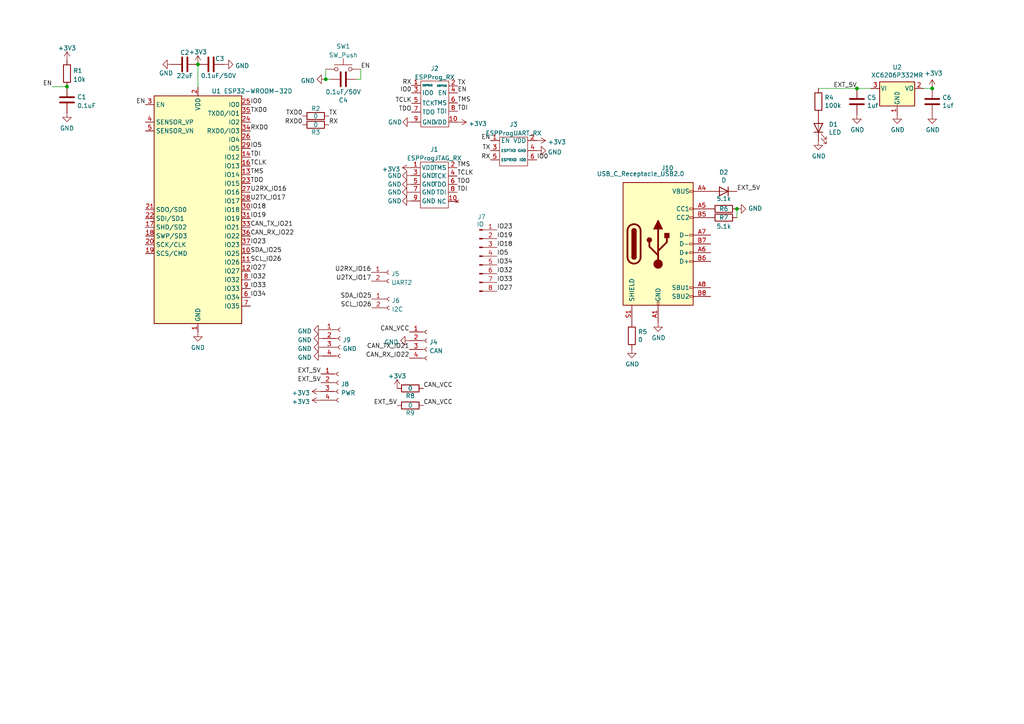
<source format=kicad_sch>
(kicad_sch (version 20211123) (generator eeschema)
  (paper "A4")
  (lib_symbols
    (symbol "Connector:Conn_01x02_Female" (pin_names (offset 1.016) hide)
      (property "Reference" "J" (at 0 2.54 0))
      (property "Value" "Conn_01x02_Female" (at 0 -5.08 0))
      (symbol "Conn_01x02_Female_1_1"
        (arc (start 0 -2.032) (mid -0.508 -2.54) (end 0 -3.048) (stroke (width 0.1524)))
        (polyline (pts (xy -1.27 -2.54) (xy -0.508 -2.54)) (stroke (width 0.1524)))
        (polyline (pts (xy -1.27 0) (xy -0.508 0)) (stroke (width 0.1524)))
        (arc (start 0 0.508) (mid -0.508 0) (end 0 -0.508) (stroke (width 0.1524)))
        (pin passive line (at -5.08 0 0) (length 3.81) (name "Pin_1") (number "1"))
        (pin passive line (at -5.08 -2.54 0) (length 3.81) (name "Pin_2") (number "2"))
      )
    )
    (symbol "Connector:Conn_01x04_Female" (pin_names (offset 1.016) hide)
      (property "Reference" "J" (at 0 5.08 0))
      (property "Value" "Conn_01x04_Female" (at 0 -7.62 0))
      (symbol "Conn_01x04_Female_1_1"
        (arc (start 0 -4.572) (mid -0.508 -5.08) (end 0 -5.588) (stroke (width 0.1524)))
        (arc (start 0 -2.032) (mid -0.508 -2.54) (end 0 -3.048) (stroke (width 0.1524)))
        (polyline (pts (xy -1.27 -5.08) (xy -0.508 -5.08)) (stroke (width 0.1524)))
        (polyline (pts (xy -1.27 -2.54) (xy -0.508 -2.54)) (stroke (width 0.1524)))
        (polyline (pts (xy -1.27 0) (xy -0.508 0)) (stroke (width 0.1524)))
        (polyline (pts (xy -1.27 2.54) (xy -0.508 2.54)) (stroke (width 0.1524)))
        (arc (start 0 0.508) (mid -0.508 0) (end 0 -0.508) (stroke (width 0.1524)))
        (arc (start 0 3.048) (mid -0.508 2.54) (end 0 2.032) (stroke (width 0.1524)))
        (pin passive line (at -5.08 2.54 0) (length 3.81) (name "Pin_1") (number "1"))
        (pin passive line (at -5.08 0 0) (length 3.81) (name "Pin_2") (number "2"))
        (pin passive line (at -5.08 -2.54 0) (length 3.81) (name "Pin_3") (number "3"))
        (pin passive line (at -5.08 -5.08 0) (length 3.81) (name "Pin_4") (number "4"))
      )
    )
    (symbol "Connector:Conn_01x08_Male" (pin_names (offset 1.016) hide)
      (property "Reference" "J" (at 0 10.16 0))
      (property "Value" "Conn_01x08_Male" (at 0 -12.7 0))
      (symbol "Conn_01x08_Male_1_1"
        (polyline (pts (xy 1.27 -10.16) (xy 0.8636 -10.16)) (stroke (width 0.1524)))
        (polyline (pts (xy 1.27 -7.62) (xy 0.8636 -7.62)) (stroke (width 0.1524)))
        (polyline (pts (xy 1.27 -5.08) (xy 0.8636 -5.08)) (stroke (width 0.1524)))
        (polyline (pts (xy 1.27 -2.54) (xy 0.8636 -2.54)) (stroke (width 0.1524)))
        (polyline (pts (xy 1.27 0) (xy 0.8636 0)) (stroke (width 0.1524)))
        (polyline (pts (xy 1.27 2.54) (xy 0.8636 2.54)) (stroke (width 0.1524)))
        (polyline (pts (xy 1.27 5.08) (xy 0.8636 5.08)) (stroke (width 0.1524)))
        (polyline (pts (xy 1.27 7.62) (xy 0.8636 7.62)) (stroke (width 0.1524)))
        (rectangle (start 0.8636 -10.033) (end 0 -10.287) (stroke (width 0.1524)) (fill (type outline)))
        (rectangle (start 0.8636 -7.493) (end 0 -7.747) (stroke (width 0.1524)) (fill (type outline)))
        (rectangle (start 0.8636 -4.953) (end 0 -5.207) (stroke (width 0.1524)) (fill (type outline)))
        (rectangle (start 0.8636 -2.413) (end 0 -2.667) (stroke (width 0.1524)) (fill (type outline)))
        (rectangle (start 0.8636 0.127) (end 0 -0.127) (stroke (width 0.1524)) (fill (type outline)))
        (rectangle (start 0.8636 2.667) (end 0 2.413) (stroke (width 0.1524)) (fill (type outline)))
        (rectangle (start 0.8636 5.207) (end 0 4.953) (stroke (width 0.1524)) (fill (type outline)))
        (rectangle (start 0.8636 7.747) (end 0 7.493) (stroke (width 0.1524)) (fill (type outline)))
        (pin passive line (at 5.08 7.62 180) (length 3.81) (name "Pin_1") (number "1"))
        (pin passive line (at 5.08 5.08 180) (length 3.81) (name "Pin_2") (number "2"))
        (pin passive line (at 5.08 2.54 180) (length 3.81) (name "Pin_3") (number "3"))
        (pin passive line (at 5.08 0 180) (length 3.81) (name "Pin_4") (number "4"))
        (pin passive line (at 5.08 -2.54 180) (length 3.81) (name "Pin_5") (number "5"))
        (pin passive line (at 5.08 -5.08 180) (length 3.81) (name "Pin_6") (number "6"))
        (pin passive line (at 5.08 -7.62 180) (length 3.81) (name "Pin_7") (number "7"))
        (pin passive line (at 5.08 -10.16 180) (length 3.81) (name "Pin_8") (number "8"))
      )
    )
    (symbol "Connector:USB_C_Receptacle_USB2.0" (pin_names (offset 1.016))
      (property "Reference" "J" (at -10.16 19.05 0))
      (property "Value" "USB_C_Receptacle_USB2.0" (at 19.05 19.05 0))
      (symbol "USB_C_Receptacle_USB2.0_0_0"
        (rectangle (start -0.254 -17.78) (end 0.254 -16.764))
        (rectangle (start 10.16 -14.986) (end 9.144 -15.494))
        (rectangle (start 10.16 -12.446) (end 9.144 -12.954))
        (rectangle (start 10.16 -4.826) (end 9.144 -5.334))
        (rectangle (start 10.16 -2.286) (end 9.144 -2.794))
        (rectangle (start 10.16 0.254) (end 9.144 -0.254))
        (rectangle (start 10.16 2.794) (end 9.144 2.286))
        (rectangle (start 10.16 7.874) (end 9.144 7.366))
        (rectangle (start 10.16 10.414) (end 9.144 9.906))
        (rectangle (start 10.16 15.494) (end 9.144 14.986))
      )
      (symbol "USB_C_Receptacle_USB2.0_0_1"
        (rectangle (start -10.16 17.78) (end 10.16 -17.78) (stroke (width 0.254)) (fill (type background)))
        (arc (start -8.89 -3.81) (mid -6.985 -5.715) (end -5.08 -3.81) (stroke (width 0.508)))
        (arc (start -7.62 -3.81) (mid -6.985 -4.445) (end -6.35 -3.81) (stroke (width 0.254)))
        (arc (start -7.62 -3.81) (mid -6.985 -4.445) (end -6.35 -3.81) (stroke (width 0.254)) (fill (type outline)))
        (rectangle (start -7.62 -3.81) (end -6.35 3.81) (stroke (width 0.254)) (fill (type outline)))
        (arc (start -6.35 3.81) (mid -6.985 4.445) (end -7.62 3.81) (stroke (width 0.254)))
        (arc (start -6.35 3.81) (mid -6.985 4.445) (end -7.62 3.81) (stroke (width 0.254)) (fill (type outline)))
        (arc (start -5.08 3.81) (mid -6.985 5.715) (end -8.89 3.81) (stroke (width 0.508)))
        (circle (center -2.54 1.143) (radius 0.635) (stroke (width 0.254)) (fill (type outline)))
        (circle (center 0 -5.842) (radius 1.27) (fill (type outline)))
        (polyline (pts (xy -8.89 -3.81) (xy -8.89 3.81)) (stroke (width 0.508)))
        (polyline (pts (xy -5.08 3.81) (xy -5.08 -3.81)) (stroke (width 0.508)))
        (polyline (pts (xy 0 -5.842) (xy 0 4.318)) (stroke (width 0.508)))
        (polyline (pts (xy 0 -3.302) (xy -2.54 -0.762) (xy -2.54 0.508)) (stroke (width 0.508)))
        (polyline (pts (xy 0 -2.032) (xy 2.54 0.508) (xy 2.54 1.778)) (stroke (width 0.508)))
        (polyline (pts (xy -1.27 4.318) (xy 0 6.858) (xy 1.27 4.318) (xy -1.27 4.318)) (stroke (width 0.254)) (fill (type outline)))
        (rectangle (start 1.905 1.778) (end 3.175 3.048) (stroke (width 0.254)) (fill (type outline)))
      )
      (symbol "USB_C_Receptacle_USB2.0_1_1"
        (pin passive line (at 0 -22.86 90) (length 5.08) (name "GND") (number "A1"))
        (pin passive line (at 0 -22.86 90) (length 5.08) hide (name "GND") (number "A12"))
        (pin passive line (at 15.24 15.24 180) (length 5.08) (name "VBUS") (number "A4"))
        (pin bidirectional line (at 15.24 10.16 180) (length 5.08) (name "CC1") (number "A5"))
        (pin bidirectional line (at 15.24 -2.54 180) (length 5.08) (name "D+") (number "A6"))
        (pin bidirectional line (at 15.24 2.54 180) (length 5.08) (name "D-") (number "A7"))
        (pin bidirectional line (at 15.24 -12.7 180) (length 5.08) (name "SBU1") (number "A8"))
        (pin passive line (at 15.24 15.24 180) (length 5.08) hide (name "VBUS") (number "A9"))
        (pin passive line (at 0 -22.86 90) (length 5.08) hide (name "GND") (number "B1"))
        (pin passive line (at 0 -22.86 90) (length 5.08) hide (name "GND") (number "B12"))
        (pin passive line (at 15.24 15.24 180) (length 5.08) hide (name "VBUS") (number "B4"))
        (pin bidirectional line (at 15.24 7.62 180) (length 5.08) (name "CC2") (number "B5"))
        (pin bidirectional line (at 15.24 -5.08 180) (length 5.08) (name "D+") (number "B6"))
        (pin bidirectional line (at 15.24 0 180) (length 5.08) (name "D-") (number "B7"))
        (pin bidirectional line (at 15.24 -15.24 180) (length 5.08) (name "SBU2") (number "B8"))
        (pin passive line (at 15.24 15.24 180) (length 5.08) hide (name "VBUS") (number "B9"))
        (pin passive line (at -7.62 -22.86 90) (length 5.08) (name "SHIELD") (number "S1"))
      )
    )
    (symbol "Device:C" (pin_numbers hide) (pin_names (offset 0.254))
      (property "Reference" "C" (at 0.635 2.54 0))
      (property "Value" "C" (at 0.635 -2.54 0))
      (symbol "C_0_1"
        (polyline (pts (xy -2.032 -0.762) (xy 2.032 -0.762)) (stroke (width 0.508)))
        (polyline (pts (xy -2.032 0.762) (xy 2.032 0.762)) (stroke (width 0.508)))
      )
      (symbol "C_1_1"
        (pin passive line (at 0 3.81 270) (length 2.794) (name "~") (number "1"))
        (pin passive line (at 0 -3.81 90) (length 2.794) (name "~") (number "2"))
      )
    )
    (symbol "Device:D" (pin_numbers hide) (pin_names (offset 1.016) hide)
      (property "Reference" "D" (at 0 2.54 0))
      (property "Value" "D" (at 0 -2.54 0))
      (symbol "D_0_1"
        (polyline (pts (xy -1.27 1.27) (xy -1.27 -1.27)) (stroke (width 0.254)))
        (polyline (pts (xy 1.27 0) (xy -1.27 0)))
        (polyline (pts (xy 1.27 1.27) (xy 1.27 -1.27) (xy -1.27 0) (xy 1.27 1.27)) (stroke (width 0.254)))
      )
      (symbol "D_1_1"
        (pin passive line (at -3.81 0 0) (length 2.54) (name "K") (number "1"))
        (pin passive line (at 3.81 0 180) (length 2.54) (name "A") (number "2"))
      )
    )
    (symbol "Device:LED" (pin_numbers hide) (pin_names (offset 1.016) hide)
      (property "Reference" "D" (at 0 2.54 0))
      (property "Value" "LED" (at 0 -2.54 0))
      (symbol "LED_0_1"
        (polyline (pts (xy -1.27 -1.27) (xy -1.27 1.27)) (stroke (width 0.254)))
        (polyline (pts (xy -1.27 0) (xy 1.27 0)))
        (polyline (pts (xy 1.27 -1.27) (xy 1.27 1.27) (xy -1.27 0) (xy 1.27 -1.27)) (stroke (width 0.254)))
        (polyline (pts (xy -3.048 -0.762) (xy -4.572 -2.286) (xy -3.81 -2.286) (xy -4.572 -2.286) (xy -4.572 -1.524)))
        (polyline (pts (xy -1.778 -0.762) (xy -3.302 -2.286) (xy -2.54 -2.286) (xy -3.302 -2.286) (xy -3.302 -1.524)))
      )
      (symbol "LED_1_1"
        (pin passive line (at -3.81 0 0) (length 2.54) (name "K") (number "1"))
        (pin passive line (at 3.81 0 180) (length 2.54) (name "A") (number "2"))
      )
    )
    (symbol "Device:R" (pin_numbers hide) (pin_names (offset 0))
      (property "Reference" "R" (at 2.032 0 90))
      (property "Value" "R" (at 0 0 90))
      (symbol "R_0_1"
        (rectangle (start -1.016 -2.54) (end 1.016 2.54) (stroke (width 0.254)))
      )
      (symbol "R_1_1"
        (pin passive line (at 0 3.81 270) (length 1.27) (name "~") (number "1"))
        (pin passive line (at 0 -3.81 90) (length 1.27) (name "~") (number "2"))
      )
    )
    (symbol "KisonNew:ESPProgJTAG_RX"
      (property "Reference" "J" (at -0.127 2.032 0))
      (property "Value" "ESPProgJTAG_RX" (at 0 0 0))
      (symbol "ESPProgJTAG_RX_0_1"
        (rectangle (start -3.556 -1.524) (end 4.572 -14.859) (stroke (width 0.1524)))
      )
      (symbol "ESPProgJTAG_RX_1_1"
        (pin power_in line (at -6.223 -3.175 0) (length 2.54) (name "VDD") (number "1"))
        (pin no_connect line (at 7.112 -12.954 180) (length 2.54) (name "NC") (number "10"))
        (pin input line (at 7.112 -3.175 180) (length 2.54) (name "TMS") (number "2"))
        (pin power_in line (at -6.223 -5.461 0) (length 2.54) (name "GND") (number "3"))
        (pin input line (at 7.112 -5.588 180) (length 2.54) (name "TCK") (number "4"))
        (pin power_in line (at -6.223 -8.001 0) (length 2.54) (name "GND") (number "5"))
        (pin input line (at 7.112 -8.001 180) (length 2.54) (name "TDO") (number "6"))
        (pin power_in line (at -6.223 -10.287 0) (length 2.54) (name "GND") (number "7"))
        (pin input line (at 7.112 -10.287 180) (length 2.54) (name "TDI") (number "8"))
        (pin power_in line (at -6.223 -12.827 0) (length 2.54) (name "GND") (number "9"))
      )
    )
    (symbol "KisonNew:ESPProgUART_RX"
      (property "Reference" "J" (at -0.127 2.032 0))
      (property "Value" "ESPProgUART_RX" (at 0 0 0))
      (symbol "ESPProgUART_RX_0_1"
        (rectangle (start -3.556 -2.159) (end 4.572 -10.541) (stroke (width 0.1524)))
      )
      (symbol "ESPProgUART_RX_1_1"
        (pin input line (at -6.223 -3.175 0) (length 2.54) (name "EN") (number "1"))
        (pin power_in line (at 7.239 -3.175 180) (length 2.54) (name "VDD") (number "2"))
        (pin input line (at -6.223 -6.096 0) (length 2.54) (name "ESPTXD") (number "3"))
        (pin power_in line (at 7.239 -6.096 180) (length 2.54) (name "GND") (number "4"))
        (pin input line (at -6.223 -8.763 0) (length 2.54) (name "ESPRXD") (number "5"))
        (pin input line (at 7.239 -8.763 180) (length 2.54) (name "IO0") (number "6"))
      )
    )
    (symbol "KisonNew:ESPProg_RX"
      (property "Reference" "J" (at -0.127 2.032 0))
      (property "Value" "ESPProg_RX" (at 0 0 0))
      (symbol "ESPProg_RX_0_1"
        (rectangle (start -3.556 -1.524) (end 4.572 -14.859) (stroke (width 0.1524)))
      )
      (symbol "ESPProg_RX_1_1"
        (pin input line (at -6.223 -2.794 0) (length 2.54) (name "ESPRXD") (number "1"))
        (pin power_in line (at 7.112 -13.462 180) (length 2.54) (name "VDD") (number "10"))
        (pin input line (at 7.112 -2.921 180) (length 2.54) (name "ESPTXD") (number "2"))
        (pin input line (at -6.223 -4.953 0) (length 2.54) (name "IO0") (number "3"))
        (pin input line (at 7.112 -4.953 180) (length 2.54) (name "EN") (number "4"))
        (pin input line (at -6.223 -8.001 0) (length 2.54) (name "TCK") (number "5"))
        (pin input line (at 7.112 -7.874 180) (length 2.54) (name "TMS") (number "6"))
        (pin input line (at -6.223 -10.541 0) (length 2.54) (name "TDO") (number "7"))
        (pin input line (at 7.112 -10.287 180) (length 2.54) (name "TDI") (number "8"))
        (pin power_in line (at -6.223 -13.462 0) (length 2.54) (name "GND") (number "9"))
      )
    )
    (symbol "RF_Module:ESP32-WROOM-32D"
      (property "Reference" "U" (at -12.7 34.29 0))
      (property "Value" "ESP32-WROOM-32D" (at 1.27 34.29 0))
      (symbol "ESP32-WROOM-32D_0_1"
        (rectangle (start -12.7 33.02) (end 12.7 -33.02) (stroke (width 0.254)) (fill (type background)))
      )
      (symbol "ESP32-WROOM-32D_1_1"
        (pin power_in line (at 0 -35.56 90) (length 2.54) (name "GND") (number "1"))
        (pin bidirectional line (at 15.24 -12.7 180) (length 2.54) (name "IO25") (number "10"))
        (pin bidirectional line (at 15.24 -15.24 180) (length 2.54) (name "IO26") (number "11"))
        (pin bidirectional line (at 15.24 -17.78 180) (length 2.54) (name "IO27") (number "12"))
        (pin bidirectional line (at 15.24 10.16 180) (length 2.54) (name "IO14") (number "13"))
        (pin bidirectional line (at 15.24 15.24 180) (length 2.54) (name "IO12") (number "14"))
        (pin passive line (at 0 -35.56 90) (length 2.54) hide (name "GND") (number "15"))
        (pin bidirectional line (at 15.24 12.7 180) (length 2.54) (name "IO13") (number "16"))
        (pin bidirectional line (at -15.24 -5.08 0) (length 2.54) (name "SHD/SD2") (number "17"))
        (pin bidirectional line (at -15.24 -7.62 0) (length 2.54) (name "SWP/SD3") (number "18"))
        (pin bidirectional line (at -15.24 -12.7 0) (length 2.54) (name "SCS/CMD") (number "19"))
        (pin power_in line (at 0 35.56 270) (length 2.54) (name "VDD") (number "2"))
        (pin bidirectional line (at -15.24 -10.16 0) (length 2.54) (name "SCK/CLK") (number "20"))
        (pin bidirectional line (at -15.24 0 0) (length 2.54) (name "SDO/SD0") (number "21"))
        (pin bidirectional line (at -15.24 -2.54 0) (length 2.54) (name "SDI/SD1") (number "22"))
        (pin bidirectional line (at 15.24 7.62 180) (length 2.54) (name "IO15") (number "23"))
        (pin bidirectional line (at 15.24 25.4 180) (length 2.54) (name "IO2") (number "24"))
        (pin bidirectional line (at 15.24 30.48 180) (length 2.54) (name "IO0") (number "25"))
        (pin bidirectional line (at 15.24 20.32 180) (length 2.54) (name "IO4") (number "26"))
        (pin bidirectional line (at 15.24 5.08 180) (length 2.54) (name "IO16") (number "27"))
        (pin bidirectional line (at 15.24 2.54 180) (length 2.54) (name "IO17") (number "28"))
        (pin bidirectional line (at 15.24 17.78 180) (length 2.54) (name "IO5") (number "29"))
        (pin input line (at -15.24 30.48 0) (length 2.54) (name "EN") (number "3"))
        (pin bidirectional line (at 15.24 0 180) (length 2.54) (name "IO18") (number "30"))
        (pin bidirectional line (at 15.24 -2.54 180) (length 2.54) (name "IO19") (number "31"))
        (pin no_connect line (at -12.7 -27.94 0) (length 2.54) hide (name "NC") (number "32"))
        (pin bidirectional line (at 15.24 -5.08 180) (length 2.54) (name "IO21") (number "33"))
        (pin bidirectional line (at 15.24 22.86 180) (length 2.54) (name "RXD0/IO3") (number "34"))
        (pin bidirectional line (at 15.24 27.94 180) (length 2.54) (name "TXD0/IO1") (number "35"))
        (pin bidirectional line (at 15.24 -7.62 180) (length 2.54) (name "IO22") (number "36"))
        (pin bidirectional line (at 15.24 -10.16 180) (length 2.54) (name "IO23") (number "37"))
        (pin passive line (at 0 -35.56 90) (length 2.54) hide (name "GND") (number "38"))
        (pin passive line (at 0 -35.56 90) (length 2.54) hide (name "GND") (number "39"))
        (pin input line (at -15.24 25.4 0) (length 2.54) (name "SENSOR_VP") (number "4"))
        (pin input line (at -15.24 22.86 0) (length 2.54) (name "SENSOR_VN") (number "5"))
        (pin input line (at 15.24 -25.4 180) (length 2.54) (name "IO34") (number "6"))
        (pin input line (at 15.24 -27.94 180) (length 2.54) (name "IO35") (number "7"))
        (pin bidirectional line (at 15.24 -20.32 180) (length 2.54) (name "IO32") (number "8"))
        (pin bidirectional line (at 15.24 -22.86 180) (length 2.54) (name "IO33") (number "9"))
      )
    )
    (symbol "Regulator_Linear:XC6206PxxxMR" (pin_names (offset 0.254))
      (property "Reference" "U" (at -3.81 3.175 0))
      (property "Value" "XC6206PxxxMR" (at 0 3.175 0))
      (symbol "XC6206PxxxMR_0_1"
        (rectangle (start -5.08 1.905) (end 5.08 -5.08) (stroke (width 0.254)) (fill (type background)))
      )
      (symbol "XC6206PxxxMR_1_1"
        (pin power_in line (at 0 -7.62 90) (length 2.54) (name "GND") (number "1"))
        (pin power_out line (at 7.62 0 180) (length 2.54) (name "VO") (number "2"))
        (pin power_in line (at -7.62 0 0) (length 2.54) (name "VI") (number "3"))
      )
    )
    (symbol "Switch:SW_Push" (pin_numbers hide) (pin_names (offset 1.016) hide)
      (property "Reference" "SW" (at 1.27 2.54 0))
      (property "Value" "SW_Push" (at 0 -1.524 0))
      (symbol "SW_Push_0_1"
        (circle (center -2.032 0) (radius 0.508))
        (polyline (pts (xy 0 1.27) (xy 0 3.048)))
        (polyline (pts (xy 2.54 1.27) (xy -2.54 1.27)))
        (circle (center 2.032 0) (radius 0.508))
        (pin passive line (at -5.08 0 0) (length 2.54) (name "1") (number "1"))
        (pin passive line (at 5.08 0 180) (length 2.54) (name "2") (number "2"))
      )
    )
    (symbol "power:+3.3V" (power) (pin_names (offset 0))
      (property "Value" "+3.3V" (at 0 3.556 0))
      (symbol "+3.3V_0_1"
        (polyline (pts (xy -0.762 1.27) (xy 0 2.54)))
        (polyline (pts (xy 0 0) (xy 0 2.54)))
        (polyline (pts (xy 0 2.54) (xy 0.762 1.27)))
      )
      (symbol "+3.3V_1_1"
        (pin power_in line (at 0 0 90) (length 0) hide (name "+3V3") (number "1"))
      )
    )
    (symbol "power:+3V3" (power) (pin_names (offset 0))
      (property "Value" "+3V3" (at 0 3.556 0))
      (symbol "+3V3_0_1"
        (polyline (pts (xy -0.762 1.27) (xy 0 2.54)))
        (polyline (pts (xy 0 0) (xy 0 2.54)))
        (polyline (pts (xy 0 2.54) (xy 0.762 1.27)))
      )
      (symbol "+3V3_1_1"
        (pin power_in line (at 0 0 90) (length 0) hide (name "+3V3") (number "1"))
      )
    )
    (symbol "power:GND" (power) (pin_names (offset 0))
      (property "Value" "GND" (at 0 -3.81 0))
      (symbol "GND_0_1"
        (polyline (pts (xy 0 0) (xy 0 -1.27) (xy 1.27 -1.27) (xy 0 -2.54) (xy -1.27 -1.27) (xy 0 -1.27)))
      )
      (symbol "GND_1_1"
        (pin power_in line (at 0 0 270) (length 0) hide (name "GND") (number "1"))
      )
    )
  )
  (junction (at 57.404 18.669))
  (junction (at 94.488 22.987))
  (junction (at 19.431 25.146))
  (junction (at 213.741 60.579))
  (junction (at 248.539 25.654))
  (junction (at 270.383 25.654))
  (wire (pts (xy 270.383 25.654) (xy 267.843 25.654)))
  (wire (pts (xy 94.488 22.987) (xy 95.758 22.987)))
  (wire (pts (xy 104.648 20.066) (xy 104.648 22.987)))
  (wire (pts (xy 213.741 60.579) (xy 213.741 63.119)))
  (wire (pts (xy 57.404 18.669) (xy 57.404 25.273)))
  (wire (pts (xy 94.488 20.066) (xy 94.488 22.987)))
  (wire (pts (xy 15.113 25.146) (xy 19.431 25.146)))
  (wire (pts (xy 237.363 25.654) (xy 248.539 25.654)))
  (wire (pts (xy 104.648 22.987) (xy 103.378 22.987)))
  (wire (pts (xy 252.603 25.654) (xy 248.539 25.654)))
  (label "EXT_5V" (at 248.539 25.654 180))
  (label "TXD0" (at 72.644 32.893 0))
  (label "IO18" (at 72.644 60.833 0))
  (label "TDI" (at 72.644 45.593 0))
  (label "IO5" (at 72.644 43.053 0))
  (label "SCL_IO26" (at 107.823 89.281 180))
  (label "TX" (at 132.715 24.892 0))
  (label "EN" (at 132.715 26.924 0))
  (label "SDA_IO25" (at 107.823 86.741 180))
  (label "TDO" (at 132.588 53.467 0))
  (label "RX" (at 95.377 36.195 0))
  (label "CAN_TX_IO21" (at 72.644 65.913 0))
  (label "EXT_5V" (at 93.091 110.998 180))
  (label "CAN_VCC" (at 122.809 112.649 0))
  (label "IO33" (at 144.145 81.915 0))
  (label "IO32" (at 144.145 79.375 0))
  (label "TDO" (at 119.38 32.512 180))
  (label "SDA_IO25" (at 72.644 73.533 0))
  (label "IO19" (at 72.644 63.373 0))
  (label "TX" (at 142.24 43.688 180))
  (label "IO0" (at 72.644 30.353 0))
  (label "IO23" (at 144.145 66.675 0))
  (label "IO33" (at 72.644 83.693 0))
  (label "CAN_TX_IO21" (at 118.745 101.346 180))
  (label "IO0" (at 155.702 46.355 0))
  (label "TMS" (at 132.715 29.845 0))
  (label "TCLK" (at 72.644 48.133 0))
  (label "IO5" (at 144.145 74.295 0))
  (label "IO34" (at 72.644 86.233 0))
  (label "TDI" (at 132.715 32.258 0))
  (label "TMS" (at 132.588 48.641 0))
  (label "EXT_5V" (at 115.189 117.602 180))
  (label "TDI" (at 132.588 55.753 0))
  (label "CAN_RX_IO22" (at 118.745 103.886 180))
  (label "EXT_5V" (at 213.741 55.499 0))
  (label "RX" (at 119.38 24.765 180))
  (label "IO19" (at 144.145 69.215 0))
  (label "CAN_VCC" (at 118.745 96.266 180))
  (label "RXD0" (at 87.757 36.195 180))
  (label "IO27" (at 144.145 84.455 0))
  (label "TXD0" (at 87.757 33.655 180))
  (label "EN" (at 142.24 40.767 180))
  (label "IO32" (at 72.644 81.153 0))
  (label "CAN_RX_IO22" (at 72.644 68.453 0))
  (label "IO0" (at 119.38 26.924 180))
  (label "U2RX_IO16" (at 72.644 55.753 0))
  (label "U2RX_IO16" (at 107.696 78.994 180))
  (label "EN" (at 15.113 25.146 180))
  (label "IO27" (at 72.644 78.613 0))
  (label "EN" (at 42.164 30.353 180))
  (label "CAN_VCC" (at 122.809 117.602 0))
  (label "RXD0" (at 72.644 37.973 0))
  (label "RX" (at 142.24 46.355 180))
  (label "TCLK" (at 119.38 29.972 180))
  (label "TX" (at 95.377 33.655 0))
  (label "U2TX_IO17" (at 72.644 58.293 0))
  (label "IO23" (at 72.644 70.993 0))
  (label "IO18" (at 144.145 71.755 0))
  (label "EN" (at 104.648 20.066 0))
  (label "IO34" (at 144.145 76.835 0))
  (label "TDO" (at 72.644 53.213 0))
  (label "EXT_5V" (at 93.091 108.458 180))
  (label "TMS" (at 72.644 50.673 0))
  (label "TCLK" (at 132.588 51.054 0))
  (label "SCL_IO26" (at 72.644 76.073 0))
  (label "U2TX_IO17" (at 107.696 81.534 180))
  (symbol (lib_id "power:GND") (at 190.881 93.599 0) (unit 1)
    (property "Reference" "#PWR0131" (effects hide))
    (property "Value" "GND" (at 191.008 97.9932 0))
  )
  (symbol (lib_id "Connector:Conn_01x04_Female") (at 98.171 110.998 0) (unit 1)
    (property "Reference" "J8" (at 98.8822 111.4333 0) (effects (justify left)))
    (property "Value" "PWR" (at 98.8822 113.9702 0) (effects (justify left)))
    (property "Footprint" "Connector_PinHeader_2.54mm:PinHeader_1x04_P2.54mm_Vertical" (effects hide))
  )
  (symbol (lib_id "Switch:SW_Push") (at 99.568 20.066 0) (unit 1)
    (property "Reference" "SW1" (at 99.568 13.4452 0))
    (property "Value" "SW_Push" (at 99.568 15.9821 0))
    (property "Footprint" "KisonCommon:BTN-TS342A4P-WZ-C557592" (effects hide))
    (property "LCSC" "C557592" (effects hide))
  )
  (symbol (lib_id "power:GND") (at 119.253 55.753 270) (unit 1)
    (property "Reference" "#PWR0109" (effects hide))
    (property "Value" "GND" (at 112.395 55.753 90) (effects (justify left)))
  )
  (symbol (lib_id "power:+3.3V") (at 115.189 112.649 0) (unit 1)
    (property "Reference" "#PWR0121" (effects hide))
    (property "Value" "+3.3V" (at 115.189 109.0732 0))
  )
  (symbol (lib_id "power:GND") (at 237.363 40.894 0) (unit 1)
    (property "Reference" "#PWR0118" (effects hide))
    (property "Value" "GND" (at 237.49 45.2882 0))
  )
  (symbol (lib_id "power:GND") (at 57.404 96.393 0) (unit 1)
    (property "Reference" "#PWR0132" (effects hide))
    (property "Value" "GND" (at 57.404 100.8364 0))
  )
  (symbol (lib_id "Connector:Conn_01x02_Female") (at 112.903 86.741 0) (unit 1)
    (property "Reference" "J6" (at 113.6142 87.1763 0) (effects (justify left)))
    (property "Value" "I2C" (at 113.6142 89.7132 0) (effects (justify left)))
    (property "Footprint" "Connector_PinHeader_2.54mm:PinHeader_1x02_P2.54mm_Vertical" (effects hide))
  )
  (symbol (lib_id "power:GND") (at 49.784 18.669 270) (unit 1)
    (property "Reference" "#PWR0106" (effects hide))
    (property "Value" "GND" (at 46.101 21.209 90) (effects (justify left)))
  )
  (symbol (lib_id "Device:C") (at 19.431 28.956 0) (unit 1)
    (property "Reference" "C1" (at 22.352 28.1213 0) (effects (justify left)))
    (property "Value" "0.1uF" (at 22.352 30.6582 0) (effects (justify left)))
    (property "Footprint" "Capacitor_SMD:C_0603_1608Metric" (effects hide))
    (property "LCSC" "C1591" (effects hide))
  )
  (symbol (lib_id "power:GND") (at 119.253 50.927 270) (unit 1)
    (property "Reference" "#PWR0110" (effects hide))
    (property "Value" "GND" (at 112.395 50.927 90) (effects (justify left)))
  )
  (symbol (lib_id "Device:C") (at 53.594 18.669 90) (mirror x) (unit 1)
    (property "Reference" "C2" (at 53.594 15.24 90))
    (property "Value" "22uF" (at 53.594 21.9909 90))
    (property "Footprint" "Capacitor_SMD:C_0603_1608Metric" (effects hide))
  )
  (symbol (lib_id "power:GND") (at 270.383 33.274 0) (unit 1)
    (property "Reference" "#PWR0117" (effects hide))
    (property "Value" "GND" (at 270.51 37.6682 0))
  )
  (symbol (lib_id "KisonNew:ESPProg_RX") (at 125.603 21.971 0) (unit 1)
    (property "Reference" "J2" (at 126.0856 19.846 0))
    (property "Value" "ESPProg_RX" (at 126.0856 22.3829 0))
    (property "Footprint" "Connector_Molex:Molex_CLIK-Mate_502382-1070_1x10-1MP_P1.25mm_Vertical" (effects hide))
  )
  (symbol (lib_id "power:GND") (at 93.599 95.631 270) (unit 1)
    (property "Reference" "#PWR0123" (effects hide))
    (property "Value" "GND" (at 90.4241 96.0648 90) (effects (justify right)))
  )
  (symbol (lib_id "power:GND") (at 93.599 103.251 270) (unit 1)
    (property "Reference" "#PWR0124" (effects hide))
    (property "Value" "GND" (at 90.4241 103.6848 90) (effects (justify right)))
  )
  (symbol (lib_id "power:GND") (at 260.223 33.274 0) (unit 1)
    (property "Reference" "#PWR0120" (effects hide))
    (property "Value" "GND" (at 260.35 37.6682 0))
  )
  (symbol (lib_id "Connector:Conn_01x04_Female") (at 123.825 98.806 0) (unit 1)
    (property "Reference" "J4" (at 124.5362 99.2413 0) (effects (justify left)))
    (property "Value" "CAN" (at 124.5362 101.7782 0) (effects (justify left)))
    (property "Footprint" "Connector_PinHeader_2.54mm:PinHeader_1x04_P2.54mm_Vertical" (effects hide))
  )
  (symbol (lib_id "KisonNew:ESPProgJTAG_RX") (at 125.476 45.466 0) (unit 1)
    (property "Reference" "J1" (at 125.9586 43.341 0))
    (property "Value" "ESPProgJTAG_RX" (at 125.9586 45.8779 0))
    (property "Footprint" "KisonNew:IDC_1.27mm_10P" (effects hide))
  )
  (symbol (lib_id "Device:R") (at 237.363 29.464 0) (unit 1)
    (property "Reference" "R4" (at 239.141 28.2956 0) (effects (justify left)))
    (property "Value" "100k" (at 239.141 30.607 0) (effects (justify left)))
    (property "Footprint" "Resistor_SMD:R_0603_1608Metric" (effects hide))
  )
  (symbol (lib_id "Device:R") (at 183.261 97.409 0) (unit 1)
    (property "Reference" "R5" (at 185.039 96.2406 0) (effects (justify left)))
    (property "Value" "0" (at 185.039 98.552 0) (effects (justify left)))
    (property "Footprint" "Resistor_SMD:R_0603_1608Metric" (effects hide))
    (property "LCSC" "C429617" (effects hide))
  )
  (symbol (lib_id "Connector:Conn_01x08_Male") (at 139.065 74.295 0) (unit 1)
    (property "Reference" "J7" (at 139.7 62.899 0))
    (property "Value" "IO" (at 139.319 65.024 0))
    (property "Footprint" "Connector_PinHeader_2.54mm:PinHeader_1x08_P2.54mm_Vertical" (effects hide))
  )
  (symbol (lib_id "Device:R") (at 91.567 33.655 90) (unit 1)
    (property "Reference" "R2" (at 91.567 31.496 90))
    (property "Value" "0" (at 91.567 33.655 90))
    (property "Footprint" "Resistor_SMD:R_0603_1608Metric" (effects hide))
    (property "LCSC" "C429617" (effects hide))
  )
  (symbol (lib_id "power:GND") (at 118.745 98.806 270) (unit 1)
    (property "Reference" "#PWR0122" (effects hide))
    (property "Value" "GND" (at 115.5701 99.2398 90) (effects (justify right)))
  )
  (symbol (lib_id "Device:C") (at 270.383 29.464 0) (unit 1)
    (property "Reference" "C6" (at 273.304 28.2956 0) (effects (justify left)))
    (property "Value" "1uf" (at 273.304 30.607 0) (effects (justify left)))
    (property "Footprint" "Capacitor_SMD:C_0603_1608Metric" (effects hide))
    (property "LCSC" "C14664" (effects hide))
  )
  (symbol (lib_id "power:GND") (at 248.539 33.274 0) (unit 1)
    (property "Reference" "#PWR0119" (effects hide))
    (property "Value" "GND" (at 248.666 37.6682 0))
  )
  (symbol (lib_id "RF_Module:ESP32-WROOM-32D") (at 57.404 60.833 0) (unit 1)
    (property "Reference" "U1" (at 61.341 26.416 0) (effects (justify left)))
    (property "Value" "ESP32-WROOM-32D" (at 64.897 26.416 0) (effects (justify left)))
    (property "Footprint" "RF_Module:ESP32-WROOM-32" (effects hide))
    (property "Datasheet" "https://www.espressif.com/sites/default/files/documentation/esp32-wroom-32d_esp32-wroom-32u_datasheet_en.pdf" (effects hide))
  )
  (symbol (lib_id "power:GND") (at 119.253 58.293 270) (unit 1)
    (property "Reference" "#PWR0107" (effects hide))
    (property "Value" "GND" (at 112.395 58.293 90) (effects (justify left)))
  )
  (symbol (lib_id "Device:R") (at 118.999 117.602 90) (mirror x) (unit 1)
    (property "Reference" "R9" (at 118.999 119.761 90))
    (property "Value" "0" (at 118.999 117.602 90))
    (property "Footprint" "Resistor_SMD:R_0603_1608Metric" (effects hide))
    (property "LCSC" "C429617" (effects hide))
  )
  (symbol (lib_id "KisonNew:ESPProgUART_RX") (at 148.463 37.592 0) (unit 1)
    (property "Reference" "J3" (at 148.971 36.102 0))
    (property "Value" "ESPProgUART_RX" (at 148.971 38.6389 0))
    (property "Footprint" "KisonNew:IDC_1.27mm_6P" (effects hide))
  )
  (symbol (lib_id "power:GND") (at 155.702 43.688 90) (unit 1)
    (property "Reference" "#PWR0114" (effects hide))
    (property "Value" "GND" (at 158.877 44.1218 90) (effects (justify right)))
  )
  (symbol (lib_id "power:GND") (at 119.253 53.467 270) (unit 1)
    (property "Reference" "#PWR0108" (effects hide))
    (property "Value" "GND" (at 112.395 53.467 90) (effects (justify left)))
  )
  (symbol (lib_id "Device:C") (at 99.568 22.987 270) (unit 1)
    (property "Reference" "C4" (at 99.568 29.083 90))
    (property "Value" "0.1uF/50V" (at 99.568 26.67 90))
    (property "Footprint" "Capacitor_SMD:C_0603_1608Metric" (effects hide))
  )
  (symbol (lib_id "Device:C") (at 248.539 29.464 0) (unit 1)
    (property "Reference" "C5" (at 251.46 28.2956 0) (effects (justify left)))
    (property "Value" "1uf" (at 251.46 30.607 0) (effects (justify left)))
    (property "Footprint" "Capacitor_SMD:C_0603_1608Metric" (effects hide))
    (property "LCSC" "C14664" (effects hide))
  )
  (symbol (lib_id "power:+3V3") (at 155.702 40.767 270) (unit 1)
    (property "Reference" "#PWR0115" (effects hide))
    (property "Value" "+3V3" (at 158.877 41.2008 90) (effects (justify left)))
  )
  (symbol (lib_id "power:GND") (at 93.599 98.171 270) (unit 1)
    (property "Reference" "#PWR0126" (effects hide))
    (property "Value" "GND" (at 90.4241 98.6048 90) (effects (justify right)))
  )
  (symbol (lib_id "Regulator_Linear:XC6206PxxxMR") (at 260.223 25.654 0) (unit 1)
    (property "Reference" "U2" (at 260.223 19.5072 0))
    (property "Value" "XC6206P332MR" (at 260.223 21.8186 0))
    (property "Footprint" "Package_TO_SOT_SMD:SOT-23" (effects hide))
    (property "Datasheet" "https://www.torexsemi.com/file/xc6206/XC6206.pdf" (effects hide))
    (property "LCSC" "C2892669" (effects hide))
  )
  (symbol (lib_id "power:GND") (at 93.599 100.711 270) (unit 1)
    (property "Reference" "#PWR0125" (effects hide))
    (property "Value" "GND" (at 90.4241 101.1448 90) (effects (justify right)))
  )
  (symbol (lib_id "power:GND") (at 19.431 32.766 0) (unit 1)
    (property "Reference" "#PWR0102" (effects hide))
    (property "Value" "GND" (at 19.431 37.2094 0))
  )
  (symbol (lib_id "Connector:Conn_01x04_Female") (at 98.679 98.171 0) (unit 1)
    (property "Reference" "J9" (at 99.3902 98.6063 0) (effects (justify left)))
    (property "Value" "GND" (at 99.3902 101.1432 0) (effects (justify left)))
    (property "Footprint" "Connector_PinHeader_2.54mm:PinHeader_1x04_P2.54mm_Vertical" (effects hide))
  )
  (symbol (lib_id "power:GND") (at 94.488 22.987 270) (unit 1)
    (property "Reference" "#PWR0103" (effects hide))
    (property "Value" "GND" (at 91.3131 23.4208 90) (effects (justify right)))
  )
  (symbol (lib_id "Device:C") (at 61.214 18.669 90) (mirror x) (unit 1)
    (property "Reference" "C3" (at 63.754 17.018 90))
    (property "Value" "0.1uF/50V" (at 63.373 21.971 90))
    (property "Footprint" "Capacitor_SMD:C_0603_1608Metric" (effects hide))
  )
  (symbol (lib_id "power:+3.3V") (at 93.091 116.078 90) (unit 1)
    (property "Reference" "#PWR0128" (effects hide))
    (property "Value" "+3.3V" (at 89.916 116.5118 90) (effects (justify left)))
  )
  (symbol (lib_id "Device:D") (at 209.931 55.499 0) (mirror y) (unit 1)
    (property "Reference" "D2" (at 209.931 49.9872 0))
    (property "Value" "D" (at 209.931 52.2986 0))
    (property "Footprint" "KisonNew:C8678" (effects hide))
    (property "LCSC" "C8678" (effects hide))
  )
  (symbol (lib_id "power:GND") (at 119.38 35.433 270) (unit 1)
    (property "Reference" "#PWR0112" (effects hide))
    (property "Value" "GND" (at 112.522 35.433 90) (effects (justify left)))
  )
  (symbol (lib_id "power:GND") (at 213.741 60.579 90) (unit 1)
    (property "Reference" "#PWR0129" (effects hide))
    (property "Value" "GND" (at 216.9922 60.452 90) (effects (justify right)))
  )
  (symbol (lib_id "Connector:Conn_01x02_Female") (at 112.776 78.994 0) (unit 1)
    (property "Reference" "J5" (at 113.4872 79.4293 0) (effects (justify left)))
    (property "Value" "UART2" (at 113.4872 81.9662 0) (effects (justify left)))
    (property "Footprint" "Connector_PinHeader_2.54mm:PinHeader_1x02_P2.54mm_Vertical" (effects hide))
  )
  (symbol (lib_id "Device:R") (at 118.999 112.649 90) (mirror x) (unit 1)
    (property "Reference" "R8" (at 118.999 114.808 90))
    (property "Value" "0" (at 118.999 112.649 90))
    (property "Footprint" "Resistor_SMD:R_0603_1608Metric" (effects hide))
    (property "LCSC" "C429617" (effects hide))
  )
  (symbol (lib_id "Device:LED") (at 237.363 37.084 90) (unit 1)
    (property "Reference" "D1" (at 240.3602 36.0934 90) (effects (justify right)))
    (property "Value" "LED" (at 240.3602 38.4048 90) (effects (justify right)))
    (property "Footprint" "LED_SMD:LED_0603_1608Metric" (effects hide))
    (property "LCSC" "C181863" (effects hide))
  )
  (symbol (lib_id "power:+3V3") (at 19.431 17.526 0) (unit 1)
    (property "Reference" "#PWR0101" (effects hide))
    (property "Value" "+3V3" (at 19.431 13.9502 0))
  )
  (symbol (lib_id "Device:R") (at 19.431 21.336 0) (unit 1)
    (property "Reference" "R1" (at 21.209 20.5013 0) (effects (justify left)))
    (property "Value" "10k" (at 21.209 23.0382 0) (effects (justify left)))
    (property "Footprint" "Resistor_SMD:R_0603_1608Metric" (effects hide))
  )
  (symbol (lib_id "power:+3V3") (at 57.404 18.669 0) (unit 1)
    (property "Reference" "#PWR0104" (effects hide))
    (property "Value" "+3V3" (at 57.404 15.0932 0))
  )
  (symbol (lib_id "Device:R") (at 209.931 60.579 270) (unit 1)
    (property "Reference" "R6" (at 209.931 60.579 90))
    (property "Value" "5.1k" (at 209.931 57.6326 90))
    (property "Footprint" "Resistor_SMD:R_0603_1608Metric" (effects hide))
    (property "LCSC" "C325524" (effects hide))
  )
  (symbol (lib_id "Device:R") (at 209.931 63.119 270) (unit 1)
    (property "Reference" "R7" (at 209.931 63.119 90))
    (property "Value" "5.1k" (at 209.931 65.659 90))
    (property "Footprint" "Resistor_SMD:R_0603_1608Metric" (effects hide))
    (property "LCSC" "C325524" (effects hide))
  )
  (symbol (lib_id "power:+3V3") (at 119.253 48.641 90) (unit 1)
    (property "Reference" "#PWR0111" (effects hide))
    (property "Value" "+3V3" (at 116.078 49.0748 90) (effects (justify left)))
  )
  (symbol (lib_id "power:GND") (at 183.261 101.219 0) (unit 1)
    (property "Reference" "#PWR0130" (effects hide))
    (property "Value" "GND" (at 183.388 105.6132 0))
  )
  (symbol (lib_id "power:+3.3V") (at 93.091 113.538 90) (unit 1)
    (property "Reference" "#PWR0127" (effects hide))
    (property "Value" "+3.3V" (at 89.916 113.9718 90) (effects (justify left)))
  )
  (symbol (lib_id "Device:R") (at 91.567 36.195 90) (mirror x) (unit 1)
    (property "Reference" "R3" (at 91.567 38.354 90))
    (property "Value" "0" (at 91.567 36.195 90))
    (property "Footprint" "Resistor_SMD:R_0603_1608Metric" (effects hide))
    (property "LCSC" "C429617" (effects hide))
  )
  (symbol (lib_id "power:+3.3V") (at 270.383 25.654 0) (unit 1)
    (property "Reference" "#PWR0116" (effects hide))
    (property "Value" "+3.3V" (at 270.764 21.2598 0))
  )
  (symbol (lib_id "power:GND") (at 65.024 18.669 90) (unit 1)
    (property "Reference" "#PWR0105" (effects hide))
    (property "Value" "GND" (at 68.199 19.1028 90) (effects (justify right)))
  )
  (symbol (lib_id "power:+3V3") (at 132.715 35.433 270) (unit 1)
    (property "Reference" "#PWR0113" (effects hide))
    (property "Value" "+3V3" (at 135.89 35.8668 90) (effects (justify left)))
  )
  (symbol (lib_id "Connector:USB_C_Receptacle_USB2.0") (at 190.881 70.739 0) (unit 1)
    (property "Reference" "J10" (at 193.5988 48.7172 0))
    (property "Value" "USB_C_Receptacle_USB2.0" (at 185.801 50.419 0))
    (property "Footprint" "Connector_USB:USB_C_Receptacle_HRO_TYPE-C-31-M-12" (effects hide))
    (property "Datasheet" "https://www.usb.org/sites/default/files/documents/usb_type-c.zip" (effects hide))
    (property "LCSC" "C165948" (effects hide))
  )
)
</source>
